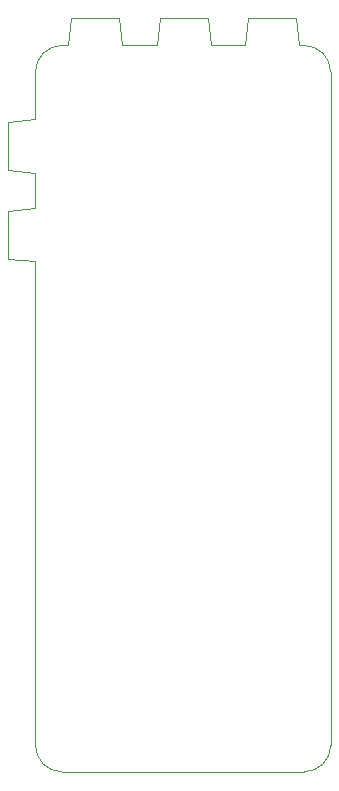
<source format=gm1>
G04 #@! TF.GenerationSoftware,KiCad,Pcbnew,(5.1.6-0-10_14)*
G04 #@! TF.CreationDate,2021-04-01T01:52:38+02:00*
G04 #@! TF.ProjectId,ESCv1.1,45534376-312e-4312-9e6b-696361645f70,rev?*
G04 #@! TF.SameCoordinates,Original*
G04 #@! TF.FileFunction,Profile,NP*
%FSLAX46Y46*%
G04 Gerber Fmt 4.6, Leading zero omitted, Abs format (unit mm)*
G04 Created by KiCad (PCBNEW (5.1.6-0-10_14)) date 2021-04-01 01:52:38*
%MOMM*%
%LPD*%
G01*
G04 APERTURE LIST*
G04 #@! TA.AperFunction,Profile*
%ADD10C,0.050000*%
G04 #@! TD*
G04 APERTURE END LIST*
D10*
X63125400Y-27662700D02*
X63125400Y-84662700D01*
X60875400Y-25412700D02*
G75*
G02*
X63125400Y-27662700I0J-2250000D01*
G01*
X38125400Y-27662700D02*
G75*
G02*
X40375400Y-25412700I2250000J0D01*
G01*
X40375400Y-86912700D02*
G75*
G02*
X38125400Y-84662700I0J2250000D01*
G01*
X63125400Y-84662700D02*
G75*
G02*
X60875400Y-86912700I-2250000J0D01*
G01*
X60875400Y-86912700D02*
X40375400Y-86912700D01*
X38125400Y-43702700D02*
X38125400Y-84662700D01*
X40375400Y-25412700D02*
X40871140Y-25412700D01*
X38125400Y-31639040D02*
X38125400Y-27662700D01*
X35835140Y-31893040D02*
X35835140Y-35957040D01*
X35835140Y-35957040D02*
X38125400Y-36211040D01*
X35835140Y-31893040D02*
X38125400Y-31639040D01*
X35835140Y-39386040D02*
X38125400Y-39132040D01*
X35835140Y-43450040D02*
X38125400Y-43702700D01*
X35835140Y-39386040D02*
X35835140Y-43450040D01*
X60200540Y-23129080D02*
X60454540Y-25412700D01*
X56136540Y-23129080D02*
X55882540Y-25415080D01*
X60200540Y-23129080D02*
X56136540Y-23129080D01*
X52707540Y-23129080D02*
X52961540Y-25415080D01*
X48643540Y-23129080D02*
X48389540Y-25415080D01*
X52707540Y-23129080D02*
X48643540Y-23129080D01*
X45189140Y-23129080D02*
X45443140Y-25415080D01*
X41125140Y-23129080D02*
X40871140Y-25412700D01*
X45189140Y-23129080D02*
X41125140Y-23129080D01*
X45443140Y-25415080D02*
X48389540Y-25415080D01*
X52961540Y-25415080D02*
X55882540Y-25415080D01*
X60454540Y-25412700D02*
X60875400Y-25412700D01*
X38125400Y-39132040D02*
X38125400Y-36211040D01*
M02*

</source>
